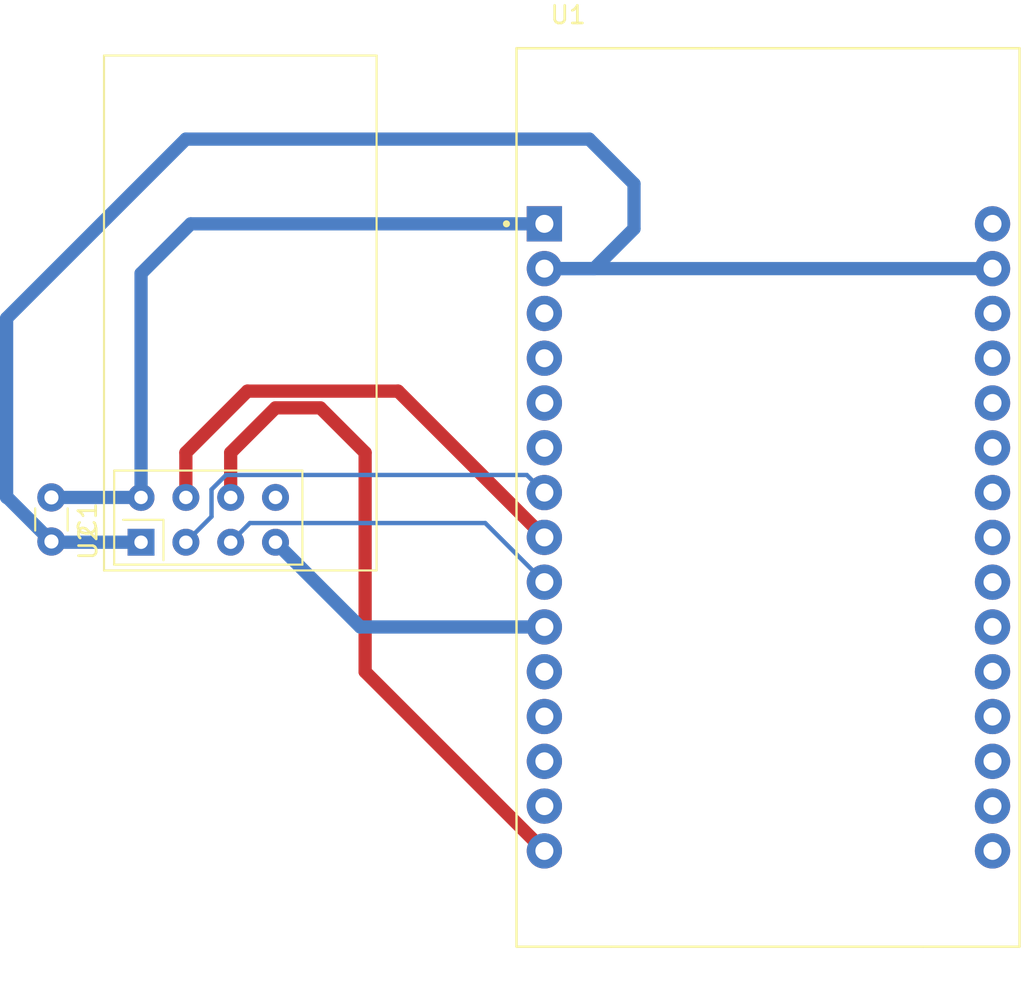
<source format=kicad_pcb>
(kicad_pcb (version 20211014) (generator pcbnew)
  (layers (0 "F.Cu" signal) (31 "B.Cu" signal) (34 "B.Paste" user) (35 "F.Paste" user) (36 "B.SilkS" user "B.Silkscreen") (37 "F.SilkS" user "F.Silkscreen") (38 "B.Mask" user) (39 "F.Mask" user) (44 "Edge.Cuts" user))
  (net 0 "")
  (net 1 "Net-(U1-Pad1)")
  (net 2 "Net-(U2-Pad1)")
  (net 7 "Net-(U2-Pad3)")
  (net 8 "Net-(U2-Pad4)")
  (net 9 "Net-(U2-Pad5)")
  (net 10 "Net-(U1-Pad10)")
  (net 15 "Net-(U1-Pad15)")
  (footprint "Capacitor_THT:C_Disc_D3.0mm_W1.6mm_P2.50mm" (layer "F.Cu") (at 73.66 96.52 -90)
    (fp_text reference "C1" (at 1.25 -2.05 90) (layer "F.SilkS"))
    (fp_text value "10µF")
    (fp_line (start 0.621 0.92) (end 1.879 0.92) (layer "F.SilkS") (width 0.12))
    (fp_line (start 0.621 -0.92) (end 1.879 -0.92) (layer "F.SilkS") (width 0.12))
    (pad "1" thru_hole circle (at 0 0 270) (size 1.6 1.6) (drill 0.8) (layers *.Cu *.Mask) (net 1 "Net-(U1-Pad1)"))
    (pad "2" thru_hole circle (at 2.5 0 270) (size 1.6 1.6) (drill 0.8) (layers *.Cu *.Mask) (net 2 "Net-(U2-Pad1)"))
  )
  (footprint "RF_Module:nRF24L01_Breakout" (layer "F.Cu") (at 78.74 99.06 90)
    (fp_text reference "U2" (at 0 -3 90) (layer "F.SilkS"))
    (fp_text value "nRF24L01+")
    (fp_line (start 27.6 -2.1) (end 27.6 13.35) (layer "F.SilkS") (width 0.12))
    (fp_line (start 4.064 9.144) (end -1.27 9.144) (layer "F.SilkS") (width 0.12))
    (fp_line (start -1.27 -1.524) (end -1.27 -1.524) (layer "F.SilkS") (width 0.12))
    (fp_line (start -1.6 -2.1) (end 27.6 -2.1) (layer "F.SilkS") (width 0.12))
    (fp_line (start 4.064 -1.524) (end 4.064 9.144) (layer "F.SilkS") (width 0.12))
    (fp_line (start -1.27 9.144) (end -1.27 -1.524) (layer "F.SilkS") (width 0.12))
    (fp_line (start -1.6 -2.1) (end -1.6 -2.1) (layer "F.SilkS") (width 0.12))
    (fp_line (start 1.27 -1.016) (end 1.27 1.27) (layer "F.SilkS") (width 0.12))
    (fp_line (start -1.016 1.27) (end -1.016 1.27) (layer "F.SilkS") (width 0.12))
    (fp_line (start -1.27 9.144) (end -1.27 9.144) (layer "F.SilkS") (width 0.12))
    (fp_line (start -1.27 -1.524) (end 4.064 -1.524) (layer "F.SilkS") (width 0.12))
    (fp_line (start -1.6 13.35) (end -1.6 -2.1) (layer "F.SilkS") (width 0.12))
    (fp_line (start 27.6 13.35) (end -1.6 13.35) (layer "F.SilkS") (width 0.12))
    (fp_line (start 1.27 1.27) (end -1.016 1.27) (layer "F.SilkS") (width 0.12))
    (pad "1" thru_hole rect (at 0 0 90) (size 1.524 1.524) (drill 0.762) (layers *.Cu *.Mask) (net 2 "Net-(U2-Pad1)"))
    (pad "2" thru_hole circle (at 2.54 0 90) (size 1.524 1.524) (drill 0.762) (layers *.Cu *.Mask) (net 1 "Net-(U1-Pad1)"))
    (pad "3" thru_hole circle (at 0 2.54 90) (size 1.524 1.524) (drill 0.762) (layers *.Cu *.Mask) (net 7 "Net-(U2-Pad3)"))
    (pad "4" thru_hole circle (at 2.54 2.54 90) (size 1.524 1.524) (drill 0.762) (layers *.Cu *.Mask) (net 8 "Net-(U2-Pad4)"))
    (pad "5" thru_hole circle (at 0 5.08 90) (size 1.524 1.524) (drill 0.762) (layers *.Cu *.Mask) (net 9 "Net-(U2-Pad5)"))
    (pad "6" thru_hole circle (at 2.54 5.08 90) (size 1.524 1.524) (drill 0.762) (layers *.Cu *.Mask) (net 15 "Net-(U1-Pad15)"))
    (pad "7" thru_hole circle (at 0 7.62 90) (size 1.524 1.524) (drill 0.762) (layers *.Cu *.Mask) (net 10 "Net-(U1-Pad10)"))
    (pad "8" thru_hole circle (at 2.54 7.62 90) (size 1.524 1.524) (drill 0.762) (layers *.Cu *.Mask))
  )
  (footprint "ESP32-DEVKIT-V1:MODULE_ESP32_DEVKIT_V1" (layer "F.Cu") (at 114.3 96.52)
    (fp_text reference "U1" (at -11.355 -27.36) (layer "F.SilkS"))
    (fp_text value "ESP32-DEVKIT-V1")
    (fp_line (start -14.28 25.475) (end -8.91 25.475) (layer "F.SilkS") (width 0.127))
    (fp_line (start 14.23 -25.475) (end 14.23 25.475) (layer "F.SilkS") (width 0.127))
    (fp_line (start -14.28 -25.475) (end 14.23 -25.475) (layer "F.SilkS") (width 0.127))
    (fp_line (start -14.28 -25.475) (end -3.211 -25.475) (layer "F.SilkS") (width 0.127))
    (fp_line (start 14.23 25.475) (end -14.28 25.475) (layer "F.SilkS") (width 0.127))
    (fp_line (start 8.78 25.475) (end 14.23 25.475) (layer "F.SilkS") (width 0.127))
    (fp_line (start -14.28 25.475) (end -14.28 -25.475) (layer "F.SilkS") (width 0.127))
    (fp_line (start -8.91 25.475) (end 8.78 25.475) (layer "F.SilkS") (width 0.127))
    (fp_line (start -3.211 -25.475) (end 3.5 -25.475) (layer "F.SilkS") (width 0.127))
    (fp_line (start 14.23 -25.475) (end 14.23 25.475) (layer "F.SilkS") (width 0.127))
    (fp_line (start -14.28 25.475) (end -14.28 -25.475) (layer "F.SilkS") (width 0.127))
    (fp_line (start 3.5 -25.475) (end 14.23 -25.475) (layer "F.SilkS") (width 0.127))
    (fp_circle (center -14.85 -15.515) (end -14.75 -15.515) (layer "F.SilkS") (width 0.2) (fill none))
    (pad "" np_thru_hole circle locked (at -12.28 -23.475) (size 3 3) (drill 3) (layers *.Cu *.Mask))
    (pad "" np_thru_hole circle locked (at 12.23 -23.475) (size 3 3) (drill 3) (layers *.Cu *.Mask))
    (pad "" np_thru_hole circle locked (at 12.23 23.475) (size 3 3) (drill 3) (layers *.Cu *.Mask))
    (pad "" np_thru_hole circle locked (at -12.28 23.475) (size 3 3) (drill 3) (layers *.Cu *.Mask))
    (pad "1" thru_hole rect locked (at -12.7 -15.515) (size 2 2) (drill 1.02) (layers *.Cu *.Mask) (net 1 "Net-(U1-Pad1)"))
    (pad "2" thru_hole circle locked (at -12.7 -12.975) (size 2 2) (drill 1.02) (layers *.Cu *.Mask) (net 2 "Net-(U2-Pad1)"))
    (pad "3" thru_hole circle locked (at -12.7 -10.435) (size 2 2) (drill 1.02) (layers *.Cu *.Mask))
    (pad "4" thru_hole circle locked (at -12.7 -7.895) (size 2 2) (drill 1.02) (layers *.Cu *.Mask))
    (pad "5" thru_hole circle locked (at -12.7 -5.355) (size 2 2) (drill 1.02) (layers *.Cu *.Mask))
    (pad "6" thru_hole circle locked (at -12.7 -2.815) (size 2 2) (drill 1.02) (layers *.Cu *.Mask))
    (pad "7" thru_hole circle locked (at -12.7 -0.275) (size 2 2) (drill 1.02) (layers *.Cu *.Mask) (net 7 "Net-(U2-Pad3)"))
    (pad "8" thru_hole circle locked (at -12.7 2.265) (size 2 2) (drill 1.02) (layers *.Cu *.Mask) (net 8 "Net-(U2-Pad4)"))
    (pad "9" thru_hole circle locked (at -12.7 4.805) (size 2 2) (drill 1.02) (layers *.Cu *.Mask) (net 9 "Net-(U2-Pad5)"))
    (pad "10" thru_hole circle locked (at -12.7 7.345) (size 2 2) (drill 1.02) (layers *.Cu *.Mask) (net 10 "Net-(U1-Pad10)"))
    (pad "11" thru_hole circle locked (at -12.7 9.885) (size 2 2) (drill 1.02) (layers *.Cu *.Mask))
    (pad "12" thru_hole circle locked (at -12.7 12.425) (size 2 2) (drill 1.02) (layers *.Cu *.Mask))
    (pad "13" thru_hole circle locked (at -12.7 14.965) (size 2 2) (drill 1.02) (layers *.Cu *.Mask))
    (pad "14" thru_hole circle locked (at -12.7 17.505) (size 2 2) (drill 1.02) (layers *.Cu *.Mask))
    (pad "15" thru_hole circle locked (at -12.7 20.045) (size 2 2) (drill 1.02) (layers *.Cu *.Mask) (net 15 "Net-(U1-Pad15)"))
    (pad "16" thru_hole circle locked (at 12.7 20.045) (size 2 2) (drill 1.02) (layers *.Cu *.Mask))
    (pad "17" thru_hole circle locked (at 12.7 17.505) (size 2 2) (drill 1.02) (layers *.Cu *.Mask))
    (pad "18" thru_hole circle locked (at 12.7 14.965) (size 2 2) (drill 1.02) (layers *.Cu *.Mask))
    (pad "19" thru_hole circle locked (at 12.7 12.425) (size 2 2) (drill 1.02) (layers *.Cu *.Mask))
    (pad "20" thru_hole circle locked (at 12.7 9.885) (size 2 2) (drill 1.02) (layers *.Cu *.Mask))
    (pad "21" thru_hole circle locked (at 12.7 7.345) (size 2 2) (drill 1.02) (layers *.Cu *.Mask))
    (pad "22" thru_hole circle locked (at 12.7 4.805) (size 2 2) (drill 1.02) (layers *.Cu *.Mask))
    (pad "23" thru_hole circle locked (at 12.7 2.265) (size 2 2) (drill 1.02) (layers *.Cu *.Mask))
    (pad "24" thru_hole circle locked (at 12.7 -0.275) (size 2 2) (drill 1.02) (layers *.Cu *.Mask))
    (pad "25" thru_hole circle locked (at 12.7 -2.815) (size 2 2) (drill 1.02) (layers *.Cu *.Mask))
    (pad "26" thru_hole circle locked (at 12.7 -5.355) (size 2 2) (drill 1.02) (layers *.Cu *.Mask))
    (pad "27" thru_hole circle locked (at 12.7 -7.895) (size 2 2) (drill 1.02) (layers *.Cu *.Mask))
    (pad "28" thru_hole circle locked (at 12.7 -10.435) (size 2 2) (drill 1.02) (layers *.Cu *.Mask))
    (pad "29" thru_hole circle locked (at 12.7 -12.975) (size 2 2) (drill 1.02) (layers *.Cu *.Mask) (net 2 "Net-(U2-Pad1)"))
    (pad "30" thru_hole circle locked (at 12.7 -15.515) (size 2 2) (drill 1.02) (layers *.Cu *.Mask))
  )
  (segment (start 81.555 81.005) (end 101.6 81.005) (width 0.75) (layer "B.Cu") (net 1))
  (segment (start 78.74 83.82) (end 81.555 81.005) (width 0.75) (layer "B.Cu") (net 1))
  (segment (start 78.74 96.52) (end 78.74 83.82) (width 0.75) (layer "B.Cu") (net 1))
  (segment (start 78.74 96.52) (end 73.66 96.52) (width 0.75) (layer "B.Cu") (net 1))
  (segment (start 71.12 86.36) (end 71.12 96.52) (width 0.75) (layer "B.Cu") (net 2))
  (segment (start 73.7 99.06) (end 73.66 99.02) (width 0.75) (layer "B.Cu") (net 2))
  (segment (start 71.12 96.52) (end 71.16 96.52) (width 0.75) (layer "B.Cu") (net 2))
  (segment (start 104.415 83.545) (end 106.68 81.28) (width 0.75) (layer "B.Cu") (net 2))
  (segment (start 106.68 78.74) (end 104.14 76.2) (width 0.75) (layer "B.Cu") (net 2))
  (segment (start 78.74 99.06) (end 73.7 99.06) (width 0.75) (layer "B.Cu") (net 2))
  (segment (start 71.16 96.52) (end 73.66 99.02) (width 0.75) (layer "B.Cu") (net 2))
  (segment (start 81.28 76.2) (end 71.12 86.36) (width 0.75) (layer "B.Cu") (net 2))
  (segment (start 127 83.545) (end 101.6 83.545) (width 0.75) (layer "B.Cu") (net 2))
  (segment (start 104.14 76.2) (end 81.28 76.2) (width 0.75) (layer "B.Cu") (net 2))
  (segment (start 106.68 81.28) (end 106.68 78.74) (width 0.75) (layer "B.Cu") (net 2))
  (segment (start 101.6 83.545) (end 104.415 83.545) (width 0.75) (layer "B.Cu") (net 2))
  (segment (start 82.733489 96.069951) (end 82.733489 97.606511) (width 0.25) (layer "B.Cu") (net 7))
  (segment (start 83.55844 95.245) (end 82.733489 96.069951) (width 0.25) (layer "B.Cu") (net 7))
  (segment (start 100.6 95.245) (end 83.55844 95.245) (width 0.25) (layer "B.Cu") (net 7))
  (segment (start 82.733489 97.606511) (end 81.28 99.06) (width 0.25) (layer "B.Cu") (net 7))
  (segment (start 101.6 96.245) (end 100.6 95.245) (width 0.25) (layer "B.Cu") (net 7))
  (segment (start 84.76952 90.49048) (end 81.28 93.98) (width 0.75) (layer "F.Cu") (net 8))
  (segment (start 93.30548 90.49048) (end 84.76952 90.49048) (width 0.75) (layer "F.Cu") (net 8))
  (segment (start 81.28 93.98) (end 81.28 96.52) (width 0.75) (layer "F.Cu") (net 8))
  (segment (start 101.6 98.785) (end 93.30548 90.49048) (width 0.75) (layer "F.Cu") (net 8))
  (segment (start 98.248489 97.973489) (end 84.906511 97.973489) (width 0.25) (layer "B.Cu") (net 9))
  (segment (start 101.6 101.325) (end 98.248489 97.973489) (width 0.25) (layer "B.Cu") (net 9))
  (segment (start 84.906511 97.973489) (end 83.82 99.06) (width 0.25) (layer "B.Cu") (net 9))
  (segment (start 91.165 103.865) (end 86.36 99.06) (width 0.75) (layer "B.Cu") (net 10))
  (segment (start 101.6 103.865) (end 91.165 103.865) (width 0.75) (layer "B.Cu") (net 10))
  (segment (start 86.36 91.44) (end 83.82 93.98) (width 0.75) (layer "F.Cu") (net 15))
  (segment (start 83.82 93.98) (end 83.82 96.52) (width 0.75) (layer "F.Cu") (net 15))
  (segment (start 88.9 91.44) (end 86.36 91.44) (width 0.75) (layer "F.Cu") (net 15))
  (segment (start 91.44 93.98) (end 88.9 91.44) (width 0.75) (layer "F.Cu") (net 15))
  (segment (start 91.44 106.405) (end 91.44 93.98) (width 0.75) (layer "F.Cu") (net 15))
  (segment (start 101.6 116.565) (end 91.44 106.405) (width 0.75) (layer "F.Cu") (net 15))
)
</source>
